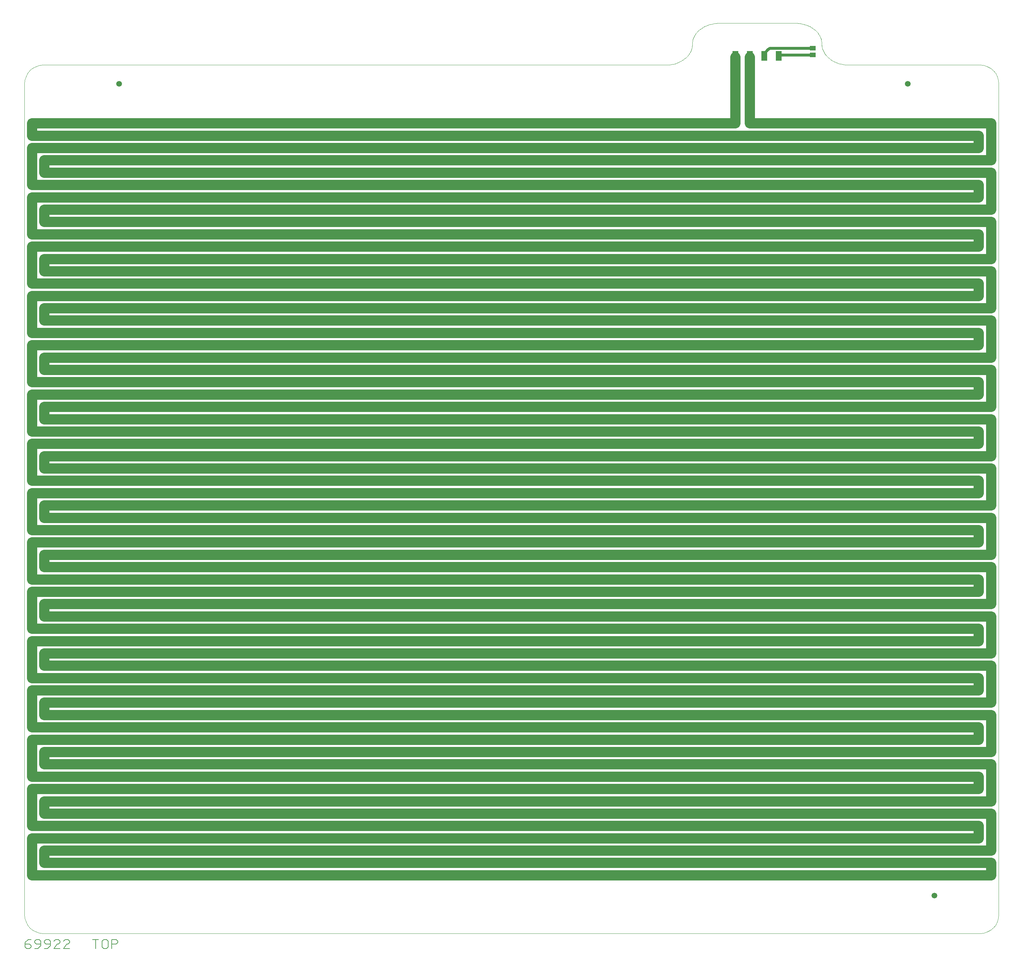
<source format=gbr>
*
%FSLAX26Y26*%
%MOIN*%
%ADD10R,0.059100X0.051200*%
%ADD11R,0.059100X0.098400*%
%ADD12C,0.108300*%
%ADD13C,0.029500*%
%ADD14C,0.059055*%
%ADD15C,0.001000*%
%ADD16C,0.008000*%
%IPPOS*%
%LNtop.gbr*%
%LPD*%
G75*
G54D10*
X8186000Y9121200D03*
G54D10*
Y9188100D03*
G54D11*
X7834500Y9109800D03*
G54D11*
X7684500D03*
G54D11*
X7534500D03*
G54D11*
X7384500D03*
G54D12*
X10039100Y731600D02*
Y603600D01*
X78500D01*
Y987500D01*
X9911200D01*
Y1115400D01*
X78500D01*
Y1499300D01*
X9911200D01*
Y1627300D01*
X78500D01*
Y2011100D01*
X9911200D01*
Y2139100D01*
X78500D01*
Y2522900D01*
X9911200D01*
Y2650900D01*
X78500D01*
Y3034700D01*
X9911200D01*
Y3162700D01*
X78500D01*
Y3546500D01*
X9911200D01*
Y3674500D01*
X78500D01*
Y4058400D01*
X9911200D01*
Y4186300D01*
X78500D01*
Y4570200D01*
X9911200D01*
Y4698100D01*
X78500D01*
Y5082000D01*
X9911200D01*
Y5209900D01*
X78500D01*
Y5593800D01*
X9911200D01*
Y5721700D01*
X78500D01*
Y6105600D01*
X9911200D01*
Y6233600D01*
X78500D01*
Y6617400D01*
X9911200D01*
Y6745400D01*
X78500D01*
Y7129200D01*
X9911200D01*
Y7257200D01*
X78500D01*
Y7641000D01*
X9911200D01*
Y7769000D01*
X78500D01*
Y8152800D01*
X9911200D01*
Y8280800D01*
X78500D01*
Y8409000D01*
Y8409200D02*
X7384200D01*
Y9095400D01*
X7533900D02*
Y8409200D01*
X10039100D01*
Y8024900D01*
X206500D01*
Y7896900D01*
X10039100D01*
Y7513100D01*
X206500D01*
Y7385100D01*
X10039100D01*
Y7001300D01*
X206500D01*
Y6873300D01*
X10039100D01*
Y6489500D01*
X206500D01*
Y6361500D01*
X10039100D01*
Y5977600D01*
X206500D01*
Y5849700D01*
X10039100D01*
Y5465800D01*
X206500D01*
Y5337900D01*
X10039100D01*
Y4954000D01*
X206500D01*
Y4826100D01*
X10039100D01*
Y4442200D01*
X206500D01*
Y4314300D01*
X10039100D01*
Y3930400D01*
X206500D01*
Y3802500D01*
X10039100D01*
Y3418600D01*
X206500D01*
Y3290600D01*
X10039100D01*
Y2906800D01*
X206500D01*
Y2778800D01*
X10039100D01*
Y2395000D01*
X206500D01*
Y2267000D01*
X10039100D01*
Y1883200D01*
X206500D01*
Y1755200D01*
X10039100D01*
Y1371300D01*
X206500D01*
Y1243400D01*
X10039100D01*
Y859500D01*
X206500D01*
Y731600D01*
X10039100D01*
G54D13*
X8187100Y9121300D02*
X7845000D01*
X7751700Y9189800D02*
X7747800Y9189600D01*
X7744000Y9189000D01*
X7740300Y9188100D01*
X7736600Y9186800D01*
X7733100Y9185100D01*
X7729800Y9183200D01*
X7726700Y9180900D01*
X7723800Y9178300D01*
X7723900Y9178200D02*
X7685600Y9139900D01*
X7751700Y9189700D02*
X8188100D01*
G54D14*
X984252Y8818898D03*
X9173228D03*
X9448819Y393701D03*
G54D15*
X8014396Y9448800D02*
X8023813Y9448399D01*
X8042398Y9447000D01*
X8051474Y9445903D01*
X8069401Y9443100D01*
X8078195Y9441301D01*
X8095500Y9437100D01*
X8104000Y9434699D01*
X8120382Y9429306D01*
X8128488Y9426305D01*
X8144094Y9419702D01*
X8151681Y9416208D01*
X8166285Y9408508D01*
X8173390Y9404405D01*
X8186983Y9395711D01*
X8193595Y9391103D01*
X8205997Y9381402D01*
X8212013Y9376388D01*
X8223192Y9365807D01*
X8228498Y9360302D01*
X8238393Y9349009D01*
X8243005Y9343094D01*
X8251493Y9331009D01*
X8255400Y9324700D01*
X8258915Y9318375D01*
G02X8268093Y9298720I-96418J-56994D01*
G01X8270807Y9291980D01*
X8273089Y9285234D01*
X8274904Y9278286D01*
G02X8279098Y9257018I-98460J-30463D01*
G01X8279997Y9249924D01*
X8280500Y9242578D01*
Y9227594D01*
X8280999Y9220209D01*
X8281901Y9212793D01*
G03X8286099Y9191002I129555J13660D01*
G01X8287999Y9183903D01*
X8290200Y9176901D01*
X8295599Y9163101D01*
X8298702Y9156396D01*
X8305697Y9143305D01*
X8309501Y9136899D01*
X8317998Y9124503D01*
X8322601Y9118399D01*
X8327612Y9112585D01*
G03X8343362Y9095735I118736J95198D01*
G01X8349099Y9090301D01*
X8355002Y9085098D01*
X8367492Y9075206D01*
X8374002Y9070399D01*
X8387598Y9061501D01*
X8394696Y9057302D01*
X8409395Y9049403D01*
X8416906Y9045698D01*
X8432598Y9039001D01*
X8440605Y9035898D01*
X8457097Y9030301D01*
X8465500Y9027900D01*
X8474217Y9025696D01*
G03X8500592Y9020301I61574J233873D01*
G01X8509500Y9018900D01*
X8518703Y9017800D01*
X8537200Y9016300D01*
X8546598Y9015900D01*
X9921186Y9015800D01*
X9959700Y9012000D01*
X9996599Y9000800D01*
X10030601Y8982599D01*
X10060399Y8958201D01*
X10084899Y8928302D01*
X10103100Y8894299D01*
X10114300Y8857402D01*
X10118100Y8818983D01*
X10118098Y196809D01*
X10114299Y158398D01*
X10103100Y121501D01*
X10084899Y87499D01*
X10060401Y57601D01*
X10030600Y33100D01*
X9996601Y15000D01*
X9959700Y3700D01*
X9921200Y0D01*
X196916D01*
X158400Y3700D01*
X121499Y15000D01*
X87499Y33100D01*
X57599Y57601D01*
X33201Y87499D01*
X14999Y121501D01*
X3800Y158398D01*
X0Y196817D01*
X2Y8818991D01*
X3801Y8857402D01*
X15000Y8894299D01*
X33201Y8928301D01*
X57601Y8958200D01*
X87498Y8982599D01*
X121501Y9000800D01*
X158399Y9012000D01*
X196897Y9015800D01*
X6675700D01*
X6684897Y9016200D01*
X6703008Y9017701D01*
X6711993Y9018799D01*
X6729500Y9021700D01*
X6738200Y9023500D01*
X6755102Y9027801D01*
X6763398Y9030300D01*
X6779501Y9035900D01*
X6787398Y9038899D01*
X6795018Y9042307D01*
G03X6814757Y9051936I-69918J168372D01*
G01X6824504Y9057302D01*
X6831399Y9061499D01*
X6844696Y9070497D01*
X6851096Y9075197D01*
X6863401Y9085201D01*
X6869198Y9090398D01*
X6880202Y9101303D01*
X6885400Y9106900D01*
X6895100Y9118600D01*
X6899602Y9124702D01*
X6907900Y9137201D01*
X6911701Y9143602D01*
X6918501Y9156801D01*
X6921599Y9163498D01*
X6926800Y9177299D01*
X6929100Y9184301D01*
X6932600Y9198599D01*
X6933999Y9205895D01*
X6935900Y9220702D01*
X6936300Y9228200D01*
X6936301Y9243184D01*
X6936801Y9250395D01*
X6938699Y9264795D01*
X6940198Y9271788D01*
X6943900Y9285700D01*
X6946204Y9292508D01*
X6951701Y9305802D01*
X6954902Y9312404D01*
X6961995Y9325092D01*
X6965893Y9331289D01*
X6974593Y9343390D01*
X6979291Y9349190D01*
X6989394Y9360592D01*
X6994805Y9366004D01*
X7006291Y9376591D01*
X7012281Y9381584D01*
X7024988Y9391291D01*
X7031710Y9395806D01*
X7045591Y9404494D01*
X7052796Y9408597D01*
X7067797Y9416299D01*
X7075499Y9419799D01*
X7091498Y9426400D01*
X7099699Y9429400D01*
X7116514Y9434804D01*
X7125085Y9437196D01*
X7142694Y9441298D01*
X7151694Y9443099D01*
X7169999Y9445900D01*
X7179296Y9446999D01*
X7198191Y9448399D01*
X7207803Y9448800D01*
X8014396D01*
G54D16*
X68927Y-64609D02*
X38464D01*
X8000Y-95073D01*
Y-140768D01*
X23232Y-156000D01*
X53695D01*
X68927Y-140768D01*
Y-125536D01*
X53695Y-110305D01*
X8000D01*
X108000Y-156000D02*
X138464D01*
X168927Y-125536D01*
Y-79841D01*
X153695Y-64609D01*
X123232D01*
X108000Y-79841D01*
Y-95073D01*
X123232Y-110305D01*
X168927D01*
X208000Y-156000D02*
X238464D01*
X268927Y-125536D01*
Y-79841D01*
X253695Y-64609D01*
X223232D01*
X208000Y-79841D01*
Y-95073D01*
X223232Y-110305D01*
X268927D01*
X308000Y-79841D02*
X323232Y-64609D01*
X353695D01*
X368927Y-79841D01*
Y-95073D01*
X353695Y-110305D01*
X338464D01*
X308000Y-156000D01*
X368927D01*
X408000Y-79841D02*
X423232Y-64609D01*
X453695D01*
X468927Y-79841D01*
Y-95073D01*
X453695Y-110305D01*
X438464D01*
X408000Y-156000D01*
X468927D01*
X708000Y-64609D02*
X768927D01*
X738464D02*
Y-156000D01*
X808000Y-140768D02*
Y-79841D01*
X823232Y-64609D01*
X853695D01*
X868927Y-79841D01*
Y-140768D01*
X853695Y-156000D01*
X823232D01*
X808000Y-140768D01*
X908000Y-156000D02*
Y-64609D01*
X953695D01*
X968927Y-79841D01*
Y-95073D01*
X953695Y-110305D01*
X908000D01*
M02*

</source>
